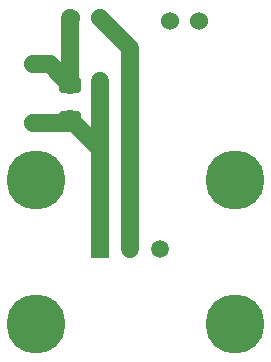
<source format=gtl>
G04 Layer_Physical_Order=1*
G04 Layer_Color=255*
%FSLAX44Y44*%
%MOMM*%
G71*
G01*
G75*
G04:AMPARAMS|DCode=10|XSize=1.8mm|YSize=1.3mm|CornerRadius=0.1625mm|HoleSize=0mm|Usage=FLASHONLY|Rotation=180.000|XOffset=0mm|YOffset=0mm|HoleType=Round|Shape=RoundedRectangle|*
%AMROUNDEDRECTD10*
21,1,1.8000,0.9750,0,0,180.0*
21,1,1.4750,1.3000,0,0,180.0*
1,1,0.3250,-0.7375,0.4875*
1,1,0.3250,0.7375,0.4875*
1,1,0.3250,0.7375,-0.4875*
1,1,0.3250,-0.7375,-0.4875*
%
%ADD10ROUNDEDRECTD10*%
%ADD11C,1.5000*%
%ADD12C,1.5240*%
%ADD13C,5.0000*%
%ADD14C,1.5240*%
%ADD15C,1.5000*%
%ADD16R,1.5000X1.5000*%
%ADD17C,1.2700*%
D10*
X69850Y214100D02*
D03*
Y243100D02*
D03*
D11*
X95250Y104140D02*
Y188700D01*
X69850Y214100D02*
X95250Y188700D01*
X120650Y104140D02*
Y274120D01*
X95050Y299720D02*
X120650Y274120D01*
X69850Y243100D02*
Y299520D01*
X95250Y188700D02*
Y246380D01*
X38100Y260350D02*
X52600D01*
X69850Y243100D01*
X38100Y210820D02*
X66570D01*
X69850Y214100D01*
D12*
X70050Y299720D02*
D03*
X95050D02*
D03*
X178870Y297180D02*
D03*
X153870D02*
D03*
D13*
X209550Y162560D02*
D03*
X40640D02*
D03*
Y40640D02*
D03*
X209550D02*
D03*
D14*
X38100Y260350D02*
D03*
Y210820D02*
D03*
D15*
X146050Y104140D02*
D03*
X120650D02*
D03*
D16*
X95250D02*
D03*
D17*
Y246380D02*
D03*
M02*

</source>
